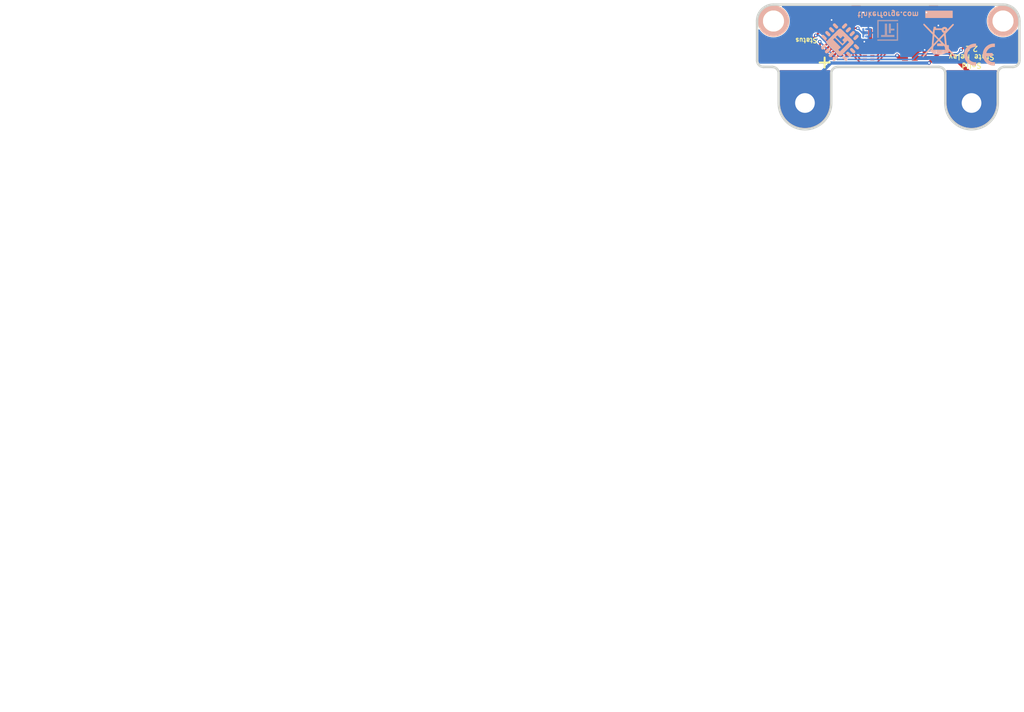
<source format=kicad_pcb>
(kicad_pcb (version 20221018) (generator pcbnew)
  (title_block (title "Solid State Relay Bricklet") (date "2023-01-27") (rev "2.1") (company "Tinkerforge GmbH") (comment 1 "Licensed under CERN OHL v.1.1") (comment 2 "Copyright (©) 2023, T.Schneidermann <tim@tinkerforge.com>"))
  (layers (0 "F.Cu" mixed "Vorderseite") (31 "B.Cu" signal "Rückseite") (34 "B.Paste" user) (35 "F.Paste" user) (36 "B.SilkS" user "B.Silkscreen") (37 "F.SilkS" user "F.Silkscreen") (38 "B.Mask" user) (39 "F.Mask" user) (44 "Edge.Cuts" user))
  (net 0 "")
  (net 1 "+5V")
  (net 2 "GND")
  (net 3 "VCC")
  (net 4 "Net-(P1-Pad4)")
  (net 5 "Net-(P1-Pad5)")
  (net 6 "Net-(P1-Pad6)")
  (net 7 "Net-(C1-Pad1)")
  (net 8 "Net-(D1-Pad2)")
  (net 9 "Net-(P5-Pad2)")
  (net 10 "SSR")
  (net 11 "Net-(R3-Pad1)")
  (net 12 "S-MISO")
  (net 13 "S-MOSI")
  (net 14 "S-CLK")
  (net 15 "S-CS")
  (net 31 "Net-(Q1-PadD)")
  (footprint "kicad-libraries:Fiducial_Mark" (layer "F.Cu") (at 135.3 94.6 -90)
    (fp_text reference "Fiducial_Mark" hide)
    (fp_text value "VAL**" hide)
    (pad "1" smd circle (at 0 0 270) (size 1.00076 1.00076) (layers "F.Cu" "F.Paste" "F.Mask") (clearance 0.65024))
  )
  (footprint "kicad-libraries:C0805" (layer "F.Cu") (at 154 94.2)
    (fp_text reference "C2")
    (fp_text value "10uF")
    (pad "1" smd rect (at -1.00076 0) (size 1.00076 1.24968) (layers "F.Cu" "F.Paste" "F.Mask") (net 3 "VCC") (clearance 0.14986))
    (pad "2" smd rect (at 1.00076 0) (size 1.00076 1.24968) (layers "F.Cu" "F.Paste" "F.Mask") (net 2 "GND") (clearance 0.14986))
  )
  (footprint "kicad-libraries:C0603F" (layer "F.Cu") (at 153.8 95.7)
    (fp_text reference "C3")
    (fp_text value "1uF")
    (pad "1" smd rect (at -0.75 0) (size 0.9 0.9) (layers "F.Cu" "F.Paste" "F.Mask") (net 3 "VCC"))
    (pad "2" smd rect (at 0.75 0) (size 0.9 0.9) (layers "F.Cu" "F.Paste" "F.Mask") (net 2 "GND"))
  )
  (footprint "kicad-libraries:C0603F" (layer "F.Cu") (at 140.8 91 45)
    (fp_text reference "C4")
    (fp_text value "100nF")
    (pad "1" smd rect (at -0.75 0 45) (size 0.9 0.9) (layers "F.Cu" "F.Paste" "F.Mask") (net 3 "VCC"))
    (pad "2" smd rect (at 0.75 0 45) (size 0.9 0.9) (layers "F.Cu" "F.Paste" "F.Mask") (net 2 "GND"))
  )
  (footprint "kicad-libraries:CON-SENSOR2" (layer "F.Cu") (at 151.5 87.6 180)
    (fp_text reference "P1")
    (fp_text value "CON-SENSOR2")
    (pad "1" smd rect (at -3.75 -4.6 180) (size 0.6 1.8) (layers "F.Cu" "F.Paste" "F.Mask") (net 1 "+5V"))
    (pad "2" smd rect (at -2.5 -4.6 180) (size 0.6 1.8) (layers "F.Cu" "F.Paste" "F.Mask") (net 2 "GND"))
    (pad "3" smd rect (at -1.25 -4.6 180) (size 0.6 1.8) (layers "F.Cu" "F.Paste" "F.Mask") (net 3 "VCC"))
    (pad "4" smd rect (at 0 -4.6 180) (size 0.6 1.8) (layers "F.Cu" "F.Paste" "F.Mask") (net 4 "Net-(P1-Pad4)"))
    (pad "5" smd rect (at 1.25 -4.6 180) (size 0.6 1.8) (layers "F.Cu" "F.Paste" "F.Mask") (net 5 "Net-(P1-Pad5)"))
    (pad "6" smd rect (at 2.5 -4.6 180) (size 0.6 1.8) (layers "F.Cu" "F.Paste" "F.Mask") (net 6 "Net-(P1-Pad6)"))
    (pad "7" smd rect (at 3.75 -4.6 180) (size 0.6 1.8) (layers "F.Cu" "F.Paste" "F.Mask") (net 7 "Net-(C1-Pad1)"))
    (pad "EP" smd rect (at -5.9 -1.2 180) (size 1.4 2.4) (layers "F.Cu" "F.Paste" "F.Mask") (net 2 "GND"))
    (pad "EP" smd rect (at 5.9 -1.2 180) (size 1.4 2.4) (layers "F.Cu" "F.Paste" "F.Mask") (net 2 "GND"))
  )
  (footprint "kicad-libraries:Drill" (layer "F.Cu") (at 163.2 102.6 -90)
    (fp_text reference "P3" hide)
    (fp_text value "TST" hide)
    (pad "1" thru_hole circle (at 0 0 270) (size 4.7 4.7) (drill 3) (layers "*.Cu" "*.Mask") (net 31 "Net-(Q1-PadD)"))
  )
  (footprint "kicad-libraries:Drill" (layer "F.Cu") (at 137.8 102.6 -90)
    (fp_text reference "P2" hide)
    (fp_text value "TST" hide)
    (pad "1" thru_hole circle (at 0 0 270) (size 4.7 4.7) (drill 3) (layers "*.Cu" "*.Mask") (net 1 "+5V"))
  )
  (footprint "kicad-libraries:SOT23GDS" (layer "F.Cu") (at 159.9 91.8)
    (fp_text reference "Q1")
    (fp_text value "2N7002P")
    (pad "D" smd rect (at 0 1.016) (size 0.9144 0.9144) (layers "F.Cu" "F.Paste" "F.Mask") (net 31 "Net-(Q1-PadD)"))
    (pad "G" smd rect (at 0.889 -1.016) (size 0.9144 0.9144) (layers "F.Cu" "F.Paste" "F.Mask") (net 10 "SSR"))
    (pad "S" smd rect (at -0.889 -1.016) (size 0.9144 0.9144) (layers "F.Cu" "F.Paste" "F.Mask") (net 2 "GND"))
  )
  (footprint "kicad-libraries:R0603F" (layer "F.Cu") (at 138 95.7 180)
    (fp_text reference "R3")
    (fp_text value "1k")
    (pad "1" smd rect (at -0.75 0 180) (size 0.9 0.9) (layers "F.Cu" "F.Paste" "F.Mask") (net 11 "Net-(R3-Pad1)"))
    (pad "2" smd rect (at 0.75 0 180) (size 0.9 0.9) (layers "F.Cu" "F.Paste" "F.Mask") (net 8 "Net-(D1-Pad2)"))
  )
  (footprint "kicad-libraries:4X0402" (layer "F.Cu") (at 147.5 95.7 90)
    (fp_text reference "RP1")
    (fp_text value "82")
    (pad "1" smd rect (at -0.7493 0.575 270) (size 0.29972 0.65) (layers "F.Cu" "F.Paste" "F.Mask") (net 4 "Net-(P1-Pad4)"))
    (pad "2" smd rect (at -0.24892 0.575 270) (size 0.29972 0.65) (layers "F.Cu" "F.Paste" "F.Mask") (net 5 "Net-(P1-Pad5)"))
    (pad "3" smd rect (at 0.24892 0.575 270) (size 0.29972 0.65) (layers "F.Cu" "F.Paste" "F.Mask") (net 6 "Net-(P1-Pad6)"))
    (pad "4" smd rect (at 0.7493 0.575 270) (size 0.29972 0.65) (layers "F.Cu" "F.Paste" "F.Mask") (net 7 "Net-(C1-Pad1)"))
    (pad "5" smd rect (at 0.7493 -0.575 90) (size 0.29972 0.65) (layers "F.Cu" "F.Paste" "F.Mask") (net 12 "S-MISO"))
    (pad "6" smd rect (at 0.24892 -0.575 90) (size 0.29972 0.65) (layers "F.Cu" "F.Paste" "F.Mask") (net 13 "S-MOSI"))
    (pad "7" smd rect (at -0.24892 -0.575 90) (size 0.29972 0.65) (layers "F.Cu" "F.Paste" "F.Mask") (net 14 "S-CLK"))
    (pad "8" smd rect (at -0.7493 -0.575 90) (size 0.29972 0.65) (layers "F.Cu" "F.Paste" "F.Mask") (net 15 "S-CS"))
  )
  (footprint "kicad-libraries:QFN24-4x4mm-0.5mm" (layer "F.Cu") (at 143.2 93.3 -135)
    (fp_text reference "U1")
    (fp_text value "XMC110024")
    (pad "1" smd oval (at -2.025 -1.25 225) (size 1 0.3) (layers "F.Cu" "F.Paste" "F.Mask") (net 12 "S-MISO"))
    (pad "2" smd oval (at -2.025 -0.75 225) (size 1 0.3) (layers "F.Cu" "F.Paste" "F.Mask"))
    (pad "3" smd oval (at -2.025 -0.25 225) (size 1 0.3) (layers "F.Cu" "F.Paste" "F.Mask"))
    (pad "4" smd oval (at -2.025 0.25 225) (size 1 0.3) (layers "F.Cu" "F.Paste" "F.Mask") (net 9 "Net-(P5-Pad2)"))
    (pad "5" smd oval (at -2.025 0.75 225) (size 1 0.3) (layers "F.Cu" "F.Paste" "F.Mask"))
    (pad "6" smd oval (at -2.025 1.25 225) (size 1 0.3) (layers "F.Cu" "F.Paste" "F.Mask"))
    (pad "7" smd oval (at -1.25 2.025 315) (size 1 0.3) (layers "F.Cu" "F.Paste" "F.Mask"))
    (pad "8" smd oval (at -0.75 2.025 315) (size 1 0.3) (layers "F.Cu" "F.Paste" "F.Mask"))
    (pad "9" smd oval (at -0.25 2.025 315) (size 1 0.3) (layers "F.Cu" "F.Paste" "F.Mask") (net 2 "GND"))
    (pad "10" smd oval (at 0.25 2.025 315) (size 1 0.3) (layers "F.Cu" "F.Paste" "F.Mask") (net 3 "VCC"))
    (pad "11" smd oval (at 0.75 2.025 315) (size 1 0.3) (layers "F.Cu" "F.Paste" "F.Mask"))
    (pad "12" smd oval (at 1.25 2.025 315) (size 1 0.3) (layers "F.Cu" "F.Paste" "F.Mask"))
    (pad "13" smd oval (at 2.025 1.25 225) (size 1 0.3) (layers "F.Cu" "F.Paste" "F.Mask") (net 10 "SSR"))
    (pad "14" smd oval (at 2.025 0.75 225) (size 1 0.3) (layers "F.Cu" "F.Paste" "F.Mask"))
    (pad "15" smd oval (at 2.025 0.25 225) (size 1 0.3) (layers "F.Cu" "F.Paste" "F.Mask") (net 11 "Net-(R3-Pad1)"))
    (pad "16" smd oval (at 2.025 -0.25 225) (size 1 0.3) (layers "F.Cu" "F.Paste" "F.Mask"))
    (pad "17" smd oval (at 2.025 -0.75 225) (size 1 0.3) (layers "F.Cu" "F.Paste" "F.Mask"))
    (pad "18" smd oval (at 2.025 -1.25 225) (size 1 0.3) (layers "F.Cu" "F.Paste" "F.Mask"))
    (pad "19" smd oval (at 1.25 -2.025 315) (size 1 0.3) (layers "F.Cu" "F.Paste" "F.Mask"))
    (pad "20" smd oval (at 0.75 -2.025 315) (size 1 0.3) (layers "F.Cu" "F.Paste" "F.Mask"))
    (pad "21" smd oval (at 0.25 -2.025 315) (size 1 0.3) (layers "F.Cu" "F.Paste" "F.Mask"))
    (pad "22" smd oval (at -0.25 -2.025 315) (size 1 0.3) (layers "F.Cu" "F.Paste" "F.Mask") (net 15 "S-CS"))
    (pad "23" smd oval (at -0.75 -2.025 315) (size 1 0.3) (layers "F.Cu" "F.Paste" "F.Mask") (net 14 "S-CLK"))
    (pad "24" smd oval (at -1.25 -2.025 315) (size 1 0.3) (layers "F.Cu" "F.Paste" "F.Mask") (net 13 "S-MOSI"))
    (pad "EXP" smd rect (at -0.65 -0.65 225) (size 1.3 1.3) (layers "F.Cu" "F.Paste" "F.Mask") (net 2 "GND"))
    (pad "EXP" smd rect (at -0.65 0.65 225) (size 1.3 1.3) (layers "F.Cu" "F.Paste" "F.Mask") (net 2 "GND"))
    (pad "EXP" smd rect (at 0.65 -0.65 225) (size 1.3 1.3) (layers "F.Cu" "F.Paste" "F.Mask") (net 2 "GND"))
    (pad "EXP" smd rect (at 0.65 0.65 225) (size 1.3 1.3) (layers "F.Cu" "F.Paste" "F.Mask") (net 2 "GND"))
  )
  (footprint "kicad-libraries:DRILL_NP" (layer "F.Cu") (at 168 90.1 -90)
    (fp_text reference "U2" hide)
    (fp_text value "DRILL" hide)
    (pad "" np_thru_hole circle (at 0 0 270) (size 3.2 3.2) (drill 3.2) (layers "F&B.Cu" "*.Mask") (clearance 0.89))
  )
  (footprint "kicad-libraries:DRILL_NP" (layer "F.Cu") (at 133 90.1 -90)
    (fp_text reference "U3" hide)
    (fp_text value "DRILL" hide)
    (pad "" np_thru_hole circle (at 0 0 270) (size 3.2 3.2) (drill 3.2) (layers "F&B.Cu" "*.Mask") (clearance 0.89))
  )
  (footprint "kicad-libraries:R0603F" (layer "F.Cu") (at 159.9 89 180)
    (fp_text reference "R1")
    (fp_text value "10k")
    (pad "1" smd rect (at -0.75 0 180) (size 0.9 0.9) (layers "F.Cu" "F.Paste" "F.Mask") (net 10 "SSR"))
    (pad "2" smd rect (at 0.75 0 180) (size 0.9 0.9) (layers "F.Cu" "F.Paste" "F.Mask") (net 2 "GND"))
  )
  (footprint "kicad-libraries:R0603F" (layer "F.Cu") (at 159.1 94.1)
    (fp_text reference "R2")
    (fp_text value "1k")
    (pad "1" smd rect (at -0.75 0) (size 0.9 0.9) (layers "F.Cu" "F.Paste" "F.Mask") (net 1 "+5V"))
    (pad "2" smd rect (at 0.75 0) (size 0.9 0.9) (layers "F.Cu" "F.Paste" "F.Mask") (net 31 "Net-(Q1-PadD)"))
  )
  (footprint "kicad-libraries:C0402F" (layer "F.Cu") (at 147.5 94 180)
    (fp_text reference "C1")
    (fp_text value "220pF")
    (pad "1" smd rect (at -0.5 0 180) (size 0.6 0.7) (layers "F.Cu" "F.Paste" "F.Mask") (net 7 "Net-(C1-Pad1)"))
    (pad "2" smd rect (at 0.5 0 180) (size 0.6 0.7) (layers "F.Cu" "F.Paste" "F.Mask") (net 2 "GND"))
  )
  (footprint "kicad-libraries:D0603F" (layer "F.Cu") (at 138 94.4 180)
    (fp_text reference "D1")
    (fp_text value "blue")
    (pad "1" smd rect (at -0.75 0 180) (size 0.9 0.9) (layers "F.Cu" "F.Paste" "F.Mask") (net 3 "VCC"))
    (pad "2" smd rect (at 0.75 0 180) (size 0.9 0.9) (layers "F.Cu" "F.Paste" "F.Mask") (net 8 "Net-(D1-Pad2)"))
  )
  (footprint "Logo_31x31m" (layer "B.Cu") (at 152 93.1 180)
    (fp_text reference "G***" hide)
    (fp_text value "LOGO" hide)
  )
  (footprint "kicad-libraries:WEEE_7mm" (layer "B.Cu") (at 158.25 92.1)
    (fp_text reference "VAL" hide)
    (fp_text value "WEEE_7mm" hide)
  )
  (footprint "kicad-libraries:SolderJumper" (layer "B.Cu") (at 147.25 91.9 180)
    (fp_text reference "P5")
    (fp_text value "BOOT")
    (pad "1" smd rect (at -0.5 0 180) (size 0.4 1.4) (layers "B.Cu" "B.Mask") (net 2 "GND"))
    (pad "1" smd rect (at -0.225 -0.55 180) (size 0.95 0.3) (layers "B.Cu" "B.Mask") (net 2 "GND"))
    (pad "1" smd rect (at -0.225 0.55 180) (size 0.95 0.3) (layers "B.Cu" "B.Mask") (net 2 "GND"))
    (pad "2" smd rect (at 0.15 0 180) (size 0.6 0.5) (layers "B.Cu" "B.Mask") (net 9 "Net-(P5-Pad2)"))
    (pad "2" smd rect (at 0.55 0 180) (size 0.3 1.4) (layers "B.Cu" "B.Mask") (net 9 "Net-(P5-Pad2)"))
  )
  (footprint "kicad-libraries:Logo_CoMCU" (layer "B.Cu") (at 143.15 93.35 45)
    (fp_text reference "G***" hide)
    (fp_text value "LOGO" hide)
  )
  (footprint "kicad-libraries:CE_5mm" (layer "B.Cu") (at 164.45 95.225)
    (fp_text reference "VAL" hide)
    (fp_text value "CE_5mm" hide)
  )
  (gr_line (start 168.2 97.1) (end 169.5 97.1) (stroke (width 0.381)) (layer "Edge.Cuts"))
  (gr_arc (start 168 87.6) (mid 169.767767 88.332233) (end 170.5 90.1) (stroke (width 0.381)) (layer "Edge.Cuts"))
  (gr_arc (start 167.2 98.1) (mid 167.492893 97.392893) (end 168.2 97.1) (stroke (width 0.381)) (layer "Edge.Cuts"))
  (gr_arc (start 141.8 102.6) (mid 140.628427 105.428427) (end 137.8 106.6) (stroke (width 0.381)) (layer "Edge.Cuts"))
  (gr_line (start 133.8 102.6) (end 133.8 98.1) (stroke (width 0.381)) (layer "Edge.Cuts"))
  (gr_arc (start 132.8 97.1) (mid 133.507107 97.392893) (end 133.8 98.1) (stroke (width 0.381)) (layer "Edge.Cuts"))
  (gr_arc (start 170.5 96.1) (mid 170.207107 96.807107) (end 169.5 97.1) (stroke (width 0.381)) (layer "Edge.Cuts"))
  (gr_arc (start 158.2 97.1) (mid 158.907107 97.392893) (end 159.2 98.1) (stroke (width 0.381)) (layer "Edge.Cuts"))
  (gr_line (start 131.5 97.1) (end 132.8 97.1) (stroke (width 0.381)) (layer "Edge.Cuts"))
  (gr_line (start 133 87.6) (end 168 87.6) (stroke (width 0.381)) (layer "Edge.Cuts"))
  (gr_line (start 158.2 97.1) (end 142.8 97.1) (stroke (width 0.381)) (layer "Edge.Cuts"))
  (gr_arc (start 137.8 106.6) (mid 134.971573 105.428427) (end 133.8 102.6) (stroke (width 0.381)) (layer "Edge.Cuts"))
  (gr_line (start 170.5 96.1) (end 170.5 90.1) (stroke (width 0.381)) (layer "Edge.Cuts"))
  (gr_arc (start 167.2 102.6) (mid 166.028427 105.428427) (end 163.2 106.6) (stroke (width 0.381)) (layer "Edge.Cuts"))
  (gr_line (start 130.5 96.1) (end 130.5 90.1) (stroke (width 0.381)) (layer "Edge.Cuts"))
  (gr_line (start 141.8 102.6) (end 141.8 98.1) (stroke (width 0.381)) (layer "Edge.Cuts"))
  (gr_arc (start 163.2 106.6) (mid 160.371573 105.428427) (end 159.2 102.6) (stroke (width 0.381)) (layer "Edge.Cuts"))
  (gr_arc (start 141.8 98.1) (mid 142.092893 97.392893) (end 142.8 97.1) (stroke (width 0.381)) (layer "Edge.Cuts"))
  (gr_arc (start 131.5 97.1) (mid 130.792893 96.807107) (end 130.5 96.1) (stroke (width 0.381)) (layer "Edge.Cuts"))
  (gr_line (start 159.2 102.6) (end 159.2 98.1) (stroke (width 0.381)) (layer "Edge.Cuts"))
  (gr_arc (start 130.5 90.1) (mid 131.232233 88.332233) (end 133 87.6) (stroke (width 0.381)) (layer "Edge.Cuts"))
  (gr_line (start 167.2 102.6) (end 167.2 98.1) (stroke (width 0.381)) (layer "Edge.Cuts"))
  (gr_text "tinkerforge.com" (at 150.5 89.1 180) (layer "B.SilkS") (effects (font (size 0.8 0.8)) (justify mirror)))
  (gr_text "Solid\nState Relay\n2.1" (at 163.2 95.6 180) (layer "F.SilkS") (effects (font (size 0.8 0.8))))
  (gr_text "+" (at 140.95 96.43 270) (layer "F.SilkS") (effects (font (size 2 2) (thickness 0.3))))
  (gr_text "Status" (at 138 93.05 180) (layer "F.SilkS") (effects (font (size 0.7 0.7))))
  (segment (start 155.8 92.2) (end 157.7 94.1) (width 0.29972) (layer "F.Cu") (net 1))
  (segment (start 157.7 94.1) (end 158.35 94.1) (width 0.29972) (layer "F.Cu") (net 1))
  (segment (start 158.35 94.87) (end 156.72 96.5) (width 0.5) (layer "F.Cu") (net 1))
  (segment (start 155.25 92.2) (end 155.8 92.2) (width 0.29972) (layer "F.Cu") (net 1))
  (segment (start 158.35 94.1) (end 158.35 94.87) (width 0.5) (layer "F.Cu") (net 1))
  (via (at 156.72 96.5) (size 0.55) (drill 0.25) (layers "F.Cu" "B.Cu") (net 1))
  (segment (start 137.8 100.46) (end 137.8 102.6) (width 0.5) (layer "B.Cu") (net 1))
  (segment (start 156.72 96.5) (end 141.76 96.5) (width 0.5) (layer "B.Cu") (net 1))
  (segment (start 141.76 96.5) (end 137.8 100.46) (width 0.5) (layer "B.Cu") (net 1))
  (segment (start 141.941332 91.691332) (end 141.33033 91.08033) (width 0.2) (layer "F.Cu") (net 2))
  (segment (start 141.33033 91.08033) (end 141.33033 90.46967) (width 0.2) (layer "F.Cu") (net 2))
  (segment (start 157.6 89) (end 157.4 88.8) (width 0.55) (layer "F.Cu") (net 2))
  (segment (start 158.144 90.784) (end 158.14 90.78) (width 0.55) (layer "F.Cu") (net 2))
  (segment (start 154 93.19924) (end 155.00076 94.2) (width 0.59944) (layer "F.Cu") (net 2))
  (segment (start 155.00076 94.70924) (end 154.55 95.16) (width 0.59944) (layer "F.Cu") (net 2))
  (segment (start 154.55 95.16) (end 154.55 95.7) (width 0.59944) (layer "F.Cu") (net 2))
  (segment (start 144.119239 93.3) (end 143.2 92.380761) (width 0.2) (layer "F.Cu") (net 2))
  (segment (start 143.2 92.380761) (end 142.280761 93.3) (width 0.2) (layer "F.Cu") (net 2))
  (segment (start 142.280761 93.3) (end 143.2 94.219239) (width 0.2) (layer "F.Cu") (net 2))
  (segment (start 142.634314 92.380761) (end 141.944885 91.691332) (width 0.2) (layer "F.Cu") (net 2))
  (segment (start 155.6 95.7) (end 156.05 95.25) (width 0.59944) (layer "F.Cu") (net 2))
  (segment (start 156.05 95.25) (end 156.05 94.5) (width 0.59944) (layer "F.Cu") (net 2))
  (segment (start 154 92.2) (end 154 93.19924) (width 0.59944) (layer "F.Cu") (net 2))
  (segment (start 141.33033 90.46967) (end 141.86 89.94) (width 0.55) (layer "F.Cu") (net 2))
  (segment (start 159.011 90.784) (end 158.144 90.784) (width 0.55) (layer "F.Cu") (net 2))
  (segment (start 141.944885 91.691332) (end 141.941332 91.691332) (width 0.2) (layer "F.Cu") (net 2))
  (segment (start 143.2 92.380761) (end 142.634314 92.380761) (width 0.2) (layer "F.Cu") (net 2))
  (segment (start 157.4 88.8) (end 156.325 88.8) (width 0.55) (layer "F.Cu") (net 2))
  (segment (start 146.85 94) (end 146.85 93.25) (width 0.55) (layer "F.Cu") (net 2))
  (segment (start 159.15 89) (end 157.6 89) (width 0.55) (layer "F.Cu") (net 2))
  (segment (start 145.6 88.8) (end 146.675 88.8) (width 0.55) (layer "F.Cu") (net 2))
  (segment (start 154.55 95.7) (end 155.6 95.7) (width 0.59944) (layer "F.Cu") (net 2))
  (segment (start 155.00076 94.2) (end 155.00076 94.70924) (width 0.29972) (layer "F.Cu") (net 2))
  (segment (start 143.2 94.219239) (end 144.119239 93.3) (width 0.2) (layer "F.Cu") (net 2))
  (via (at 158.14 90.78) (size 0.55) (drill 0.25) (layers "F.Cu" "B.Cu") (net 2))
  (via (at 146.675 88.8) (size 0.55) (drill 0.25) (layers "F.Cu" "B.Cu") (net 2))
  (via (at 146.85 93.25) (size 0.55) (drill 0.25) (layers "F.Cu" "B.Cu") (net 2))
  (via (at 156.325 88.8) (size 0.55) (drill 0.25) (layers "F.Cu" "B.Cu") (net 2))
  (via (at 156.05 94.5) (size 0.55) (drill 0.25) (layers "F.Cu" "B.Cu") (net 2))
  (via (at 141.86 89.94) (size 0.55) (drill 0.25) (layers "F.Cu" "B.Cu") (net 2))
  (segment (start 147.475 91.35) (end 147.475 90.875) (width 0.25) (layer "B.Cu") (net 2))
  (segment (start 147.475 92.45) (end 147.475 92.975) (width 0.25) (layer "B.Cu") (net 2))
  (segment (start 147.75 91.9) (end 148.375 91.9) (width 0.25) (layer "B.Cu") (net 2))
  (segment (start 141.591332 92.041332) (end 141.08033 91.53033) (width 0.2) (layer "F.Cu") (net 3))
  (segment (start 141.08033 91.53033) (end 140.26967 91.53033) (width 0.2) (layer "F.Cu") (net 3))
  (segment (start 153.05 94.25076) (end 152.99924 94.2) (width 0.29972) (layer "F.Cu") (net 3))
  (segment (start 152.99924 93.54924) (end 152.75 93.3) (width 0.59944) (layer "F.Cu") (net 3))
  (segment (start 152.75 93.3) (end 152.75 92.2) (width 0.59944) (layer "F.Cu") (net 3))
  (segment (start 139.45 92.35) (end 140.26967 91.53033) (width 0.25) (layer "F.Cu") (net 3))
  (segment (start 152.2 95.7) (end 151.85 95.35) (width 0.59944) (layer "F.Cu") (net 3))
  (segment (start 139.45 92.3) (end 139.475 92.325) (width 0.25) (layer "F.Cu") (net 3))
  (segment (start 139.475 92.325) (end 139.45 92.35) (width 0.25) (layer "F.Cu") (net 3))
  (segment (start 138.75 94.4) (end 138.75 93) (width 0.2) (layer "F.Cu") (net 3))
  (segment (start 153.05 95.7) (end 152.2 95.7) (width 0.59944) (layer "F.Cu") (net 3))
  (segment (start 141.591332 92.044885) (end 141.591332 92.041332) (width 0.2) (layer "F.Cu") (net 3))
  (segment (start 153.05 95.7) (end 153.05 94.25076) (width 0.59944) (layer "F.Cu") (net 3))
  (segment (start 138.75 93) (end 139.45 92.3) (width 0.2) (layer "F.Cu") (net 3))
  (segment (start 152.99924 94.2) (end 152.99924 93.54924) (width 0.59944) (layer "F.Cu") (net 3))
  (via (at 139.45 92.3) (size 0.55) (drill 0.25) (layers "F.Cu" "B.Cu") (net 3))
  (via (at 151.85 95.35) (size 0.55) (drill 0.25) (layers "F.Cu" "B.Cu") (net 3))
  (segment (start 151.85 95.35) (end 151.7 95.5) (width 0.25) (layer "B.Cu") (net 3))
  (segment (start 151.7 95.5) (end 143.15 95.5) (width 0.25) (layer "B.Cu") (net 3))
  (segment (start 143.15 95.5) (end 139.95 92.3) (width 0.25) (layer "B.Cu") (net 3))
  (segment (start 139.95 92.3) (end 139.45 92.3) (width 0.25) (layer "B.Cu") (net 3))
  (segment (start 151.5 93.7) (end 148.7507 96.4493) (width 0.2) (layer "F.Cu") (net 4))
  (segment (start 148.7507 96.4493) (end 148.075 96.4493) (width 0.2) (layer "F.Cu") (net 4))
  (segment (start 151.5 92.2) (end 151.5 93.7) (width 0.2) (layer "F.Cu") (net 4))
  (segment (start 150.25 94.45) (end 148.75108 95.94892) (width 0.2) (layer "F.Cu") (net 5))
  (segment (start 148.75108 95.94892) (end 148.075 95.94892) (width 0.2) (layer "F.Cu") (net 5))
  (segment (start 150.25 92) (end 150.25 94.45) (width 0.2) (layer "F.Cu") (net 5))
  (segment (start 149 94.6) (end 149 95.2) (width 0.2) (layer "F.Cu") (net 6))
  (segment (start 149 95.2) (end 148.74892 95.45108) (width 0.2) (layer "F.Cu") (net 6))
  (segment (start 148.74892 95.45108) (end 148.075 95.45108) (width 0.2) (layer "F.Cu") (net 6))
  (segment (start 149 92.2) (end 149 94.6) (width 0.2) (layer "F.Cu") (net 6))
  (segment (start 148.075 94.075) (end 148.15 94) (width 0.2) (layer "F.Cu") (net 7))
  (segment (start 148.15 93.65) (end 147.75 93.25) (width 0.2) (layer "F.Cu") (net 7))
  (segment (start 147.75 93.25) (end 147.75 92.2) (width 0.2) (layer "F.Cu") (net 7))
  (segment (start 148.075 94.9507) (end 148.075 94.075) (width 0.2) (layer "F.Cu") (net 7))
  (segment (start 148.15 94) (end 148.15 93.65) (width 0.2) (layer "F.Cu") (net 7))
  (segment (start 137.25 95.7) (end 137.25 94.4) (width 0.2) (layer "F.Cu") (net 8))
  (segment (start 144.458668 91.691332) (end 144.95 91.2) (width 0.25) (layer "F.Cu") (net 9))
  (segment (start 144.95 91.2) (end 145.85 91.2) (width 0.25) (layer "F.Cu") (net 9))
  (segment (start 144.455115 91.691332) (end 144.458668 91.691332) (width 0.25) (layer "F.Cu") (net 9))
  (via (at 145.85 91.2) (size 0.55) (drill 0.25) (layers "F.Cu" "B.Cu") (net 9))
  (segment (start 145.85 91.2) (end 146.55 91.9) (width 0.25) (layer "B.Cu") (net 9))
  (segment (start 146.55 91.9) (end 146.7 91.9) (width 0.25) (layer "B.Cu") (net 9))
  (segment (start 146.7 91.9) (end 147.1 91.9) (width 0.25) (layer "B.Cu") (net 9))
  (segment (start 140.05 93.25) (end 140.1 93.3) (width 0.25) (layer "F.Cu") (net 10))
  (segment (start 140.1 93.3) (end 140.1 94.1) (width 0.25) (layer "F.Cu") (net 10))
  (segment (start 140.1 94.1) (end 140.25 94.25) (width 0.25) (layer "F.Cu") (net 10))
  (segment (start 140.25 94.25) (end 140.482233 94.25) (width 0.25) (layer "F.Cu") (net 10))
  (segment (start 140.482233 94.25) (end 140.884225 93.848008) (width 0.25) (layer "F.Cu") (net 10))
  (segment (start 160.789 89.139) (end 160.65 89) (width 0.25) (layer "F.Cu") (net 10))
  (segment (start 161.484 90.784) (end 161.9 91.2) (width 0.25) (layer "F.Cu") (net 10))
  (segment (start 161.9 94.25) (end 161.6 94.55) (width 0.25) (layer "F.Cu") (net 10))
  (segment (start 160.789 90.784) (end 160.789 89.139) (width 0.25) (layer "F.Cu") (net 10))
  (segment (start 160.789 90.784) (end 161.484 90.784) (width 0.25) (layer "F.Cu") (net 10))
  (segment (start 161.9 91.2) (end 161.9 94.25) (width 0.25) (layer "F.Cu") (net 10))
  (via (at 161.6 94.55) (size 0.55) (drill 0.25) (layers "F.Cu" "B.Cu") (net 10))
  (via (at 140.05 93.25) (size 0.55) (drill 0.25) (layers "F.Cu" "B.Cu") (net 10))
  (segment (start 161.6 94.55) (end 161.05 95.1) (width 0.25) (layer "B.Cu") (net 10))
  (segment (start 161.05 95.1) (end 155.1 95.1) (width 0.25) (layer "B.Cu") (net 10))
  (segment (start 155.1 95.1) (end 154.25 95.95) (width 0.25) (layer "B.Cu") (net 10))
  (segment (start 154.25 95.95) (end 142.75 95.95) (width 0.25) (layer "B.Cu") (net 10))
  (segment (start 142.75 95.95) (end 140.05 93.25) (width 0.25) (layer "B.Cu") (net 10))
  (segment (start 141.591332 94.555115) (end 140.446447 95.7) (width 0.2) (layer "F.Cu") (net 11))
  (segment (start 140.446447 95.7) (end 138.75 95.7) (width 0.2) (layer "F.Cu") (net 11))
  (segment (start 146.2 93.436217) (end 146.2 94.7) (width 0.2) (layer "F.Cu") (net 12))
  (segment (start 146.2 94.7) (end 146.4507 94.9507) (width 0.2) (layer "F.Cu") (net 12))
  (segment (start 146.4507 94.9507) (end 146.925 94.9507) (width 0.2) (layer "F.Cu") (net 12))
  (segment (start 145.515775 92.751992) (end 146.2 93.436217) (width 0.2) (layer "F.Cu") (net 12))
  (segment (start 145.849998 94.182231) (end 145.849998 94.849998) (width 0.2) (layer "F.Cu") (net 13))
  (segment (start 145.849998 94.849998) (end 146.45108 95.45108) (width 0.2) (layer "F.Cu") (net 13))
  (segment (start 146.45108 95.45108) (end 146.925 95.45108) (width 0.2) (layer "F.Cu") (net 13))
  (segment (start 145.515775 93.848008) (end 145.849998 94.182231) (width 0.2) (layer "F.Cu") (net 13))
  (segment (start 145.475 94.51434) (end 145.475 95.15) (width 0.2) (layer "F.Cu") (net 14))
  (segment (start 145.475 95.15) (end 146.27392 95.94892) (width 0.2) (layer "F.Cu") (net 14))
  (segment (start 146.27392 95.94892) (end 146.925 95.94892) (width 0.2) (layer "F.Cu") (net 14))
  (segment (start 145.162221 94.201561) (end 145.475 94.51434) (width 0.2) (layer "F.Cu") (net 14))
  (segment (start 145.12 94.866447) (end 145.12 95.32) (width 0.2) (layer "F.Cu") (net 15))
  (segment (start 145.12 95.32) (end 146.2493 96.4493) (width 0.2) (layer "F.Cu") (net 15))
  (segment (start 146.2493 96.4493) (end 146.925 96.4493) (width 0.2) (layer "F.Cu") (net 15))
  (segment (start 144.808668 94.555115) (end 145.12 94.866447) (width 0.2) (layer "F.Cu") (net 15))
  (segment (start 159.9 94.05) (end 159.85 94.1) (width 0.29972) (layer "F.Cu") (net 31))
  (segment (start 159.85 94.95) (end 163.2 98.3) (width 0.59944) (layer "F.Cu") (net 31))
  (segment (start 163.2 98.3) (end 163.2 102.6) (width 0.59944) (layer "F.Cu") (net 31))
  (segment (start 159.9 92.816) (end 159.9 94.05) (width 0.59944) (layer "F.Cu") (net 31))
  (segment (start 159.85 94.1) (end 159.85 94.95) (width 0.59944) (layer "F.Cu") (net 31))
  (zone (net 1) (net_name "+5V") (layer "F.Cu") (connect_pads yes (clearance 0)) (min_thickness 0.2) (fill yes (thermal_gap 0.2) (thermal_bridge_width 0.3))
    (polygon (pts (xy 141.8 97.6) (xy 133.8 97.6) (xy 133.8 106.8) (xy 141.8 106.8)))
  )
  (zone (net 31) (net_name "Net-(Q1-PadD)") (layer "F.Cu") (connect_pads yes (clearance 0)) (min_thickness 0.2) (fill yes (thermal_gap 0.2) (thermal_bridge_width 0.3))
    (polygon (pts (xy 167.2 106.8) (xy 167.2 97.6) (xy 159.2 97.6) (xy 159.2 106.8)))
  )
  (zone (net 1) (net_name "+5V") (layer "B.Cu") (connect_pads yes (clearance 0)) (min_thickness 0.2) (fill yes (thermal_gap 0.2) (thermal_bridge_width 0.3))
    (polygon (pts (xy 141.8 106.8) (xy 141.8 97.6) (xy 133.8 97.6) (xy 133.8 106.8)))
  )
  (zone (net 31) (net_name "Net-(Q1-PadD)") (layer "B.Cu") (connect_pads yes (clearance 0)) (min_thickness 0.2) (fill yes (thermal_gap 0.2) (thermal_bridge_width 0.3))
    (polygon (pts (xy 159.2 97.6) (xy 159.2 106.8) (xy 167.2 106.8) (xy 167.2 97.6)))
  )
  (zone (net 2) (net_name "GND") (layer "B.Cu") (connect_pads no (clearance 0.2)) (min_thickness 0.2) (fill yes (thermal_gap 0.2) (thermal_bridge_width 0.3))
    (polygon (pts (xy 130.5 96.6) (xy 130.5 87.6) (xy 170.5 87.6) (xy 170.5 96.6)))
  )
)
</source>
